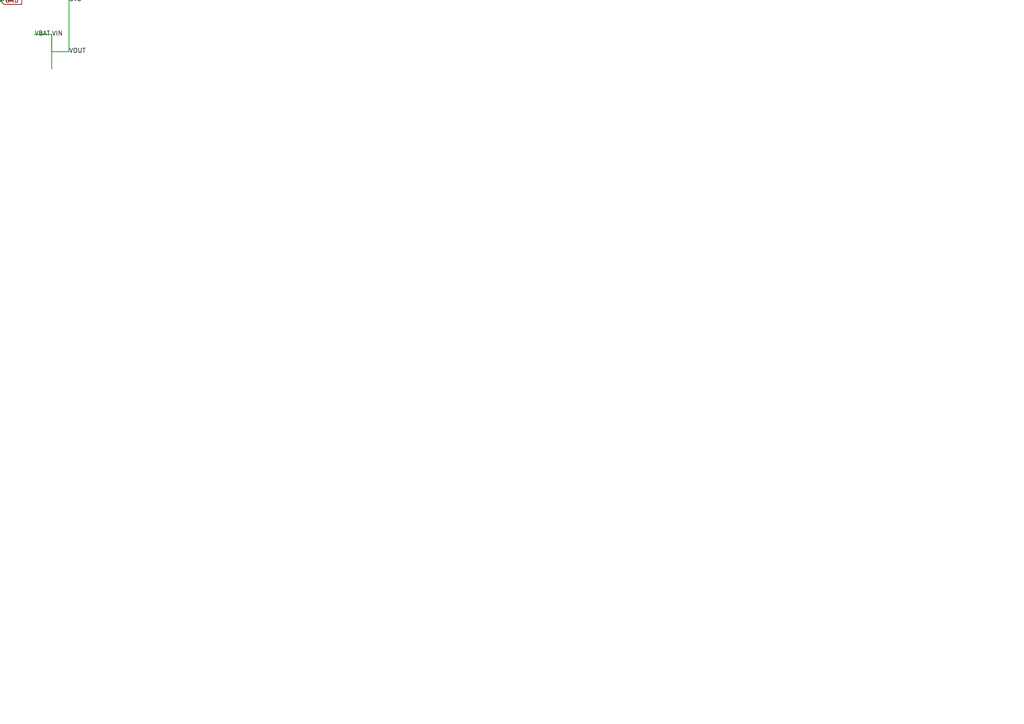
<source format=kicad_sch>
(kicad_sch (version 20230121) (generator eeschema)
  (paper "A4")
  (lib_symbols
    (symbol "ESP32-C6-Mini:ESP32-C6-Mini" (pin_numbers hide) (pin_names (offset 0.254) hide)
      (property "Reference" "U1" (at 0 0 0))
      (property "Value" "ESP32-C6-Mini" (at 0 2.54 0))
      (property "Footprint" "ESP32-C6-Mini:ESP32-C6-Mini" (at 0 5.08 0))
    )
    (symbol "Sensor_CO2:SCD41" (pin_numbers hide) (pin_names (offset 0.254) hide)
      (property "Reference" "U2" (at 0 0 0))
      (property "Value" "SCD41" (at 0 2.54 0))
      (property "Footprint" "Sensor_CO2:SCD41" (at 0 5.08 0))
    )
    (symbol "Connector_Generic:Conn_01x02" (pin_numbers hide) (pin_names (offset 0.254) hide)
      (property "Reference" "J1" (at 0 0 0))
      (property "Value" "JST-PH-2" (at 0 2.54 0))
      (property "Footprint" "Connector_JST:JST_PH_S2B-PH-K_1x02_P2.00mm_Vertical" (at 0 5.08 0))
    )
    (symbol "Regulator_Linear:MCP1700-3302E_TO92" (pin_numbers hide) (pin_names (offset 0.254) hide)
      (property "Reference" "U3" (at 0 0 0))
      (property "Value" "MCP1700-3.3" (at 0 2.54 0))
      (property "Footprint" "Package_TO_SOT_THT:TO-92" (at 0 5.08 0))
    )
    (symbol "Device:C" (pin_numbers hide) (pin_names (offset 0.254) hide)
      (property "Reference" "C1" (at 0 0 0))
      (property "Value" "1uF" (at 0 2.54 0))
      (property "Footprint" "Capacitor_SMD:C_0603_1608Metric" (at 0 5.08 0))
    )
    (symbol "Device:C" (pin_numbers hide) (pin_names (offset 0.254) hide)
      (property "Reference" "C2" (at 0 0 0))
      (property "Value" "1uF" (at 0 2.54 0))
      (property "Footprint" "Capacitor_SMD:C_0603_1608Metric" (at 0 5.08 0))
    )
  )
  (junction (at 0 0))
  (wire (pts (xy 0 0) (xy 0 0)))
  (label "3V3" (at 0 0 0))
  (global_label "GND" (shape input))
  (wire (pts (xy 10 10) (xy 15 10)) (stroke (width 0.2)))
  (label "VBAT" (at 10 10 0))
  (wire (pts (xy 15 10) (xy 15 15)) (stroke (width 0.2)))
  (label "VIN" (at 15 10 0))
  (wire (pts (xy 15 15) (xy 20 15)) (stroke (width 0.2)))
  (label "VOUT" (at 20 15 0))
  (wire (pts (xy 20 15) (xy 20 0)) (stroke (width 0.2)))
  (label "3V3" (at 20 0 0))
  (wire (pts (xy 15 10) (xy 15 20)) (stroke (width 0.2)))
  (global_label "GND" (shape input))
)
</source>
